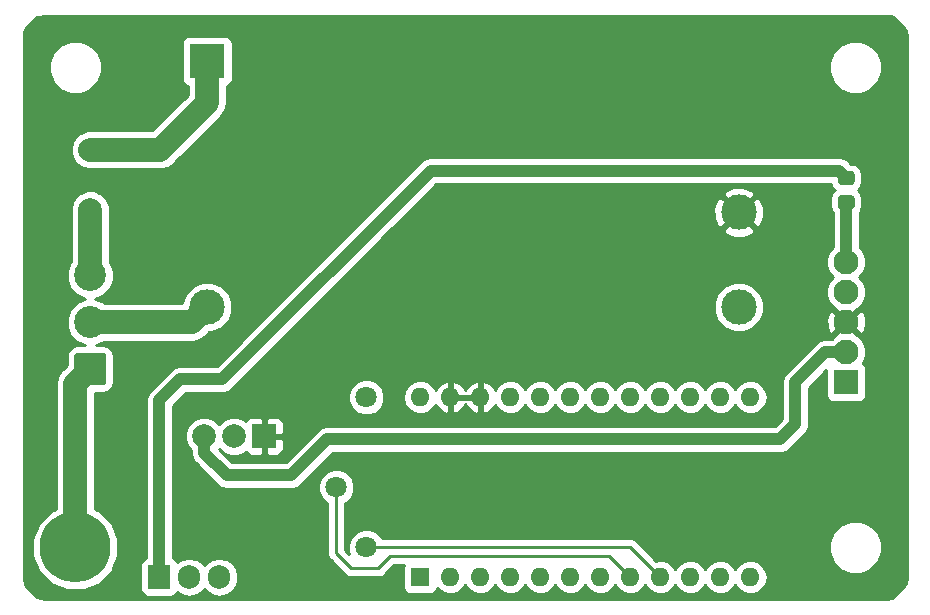
<source format=gbr>
G04 #@! TF.GenerationSoftware,KiCad,Pcbnew,(5.0.2)-1*
G04 #@! TF.CreationDate,2019-02-12T20:31:54-06:00*
G04 #@! TF.ProjectId,Nixie-PSU,4e697869-652d-4505-9355-2e6b69636164,rev?*
G04 #@! TF.SameCoordinates,Original*
G04 #@! TF.FileFunction,Copper,L1,Top*
G04 #@! TF.FilePolarity,Positive*
%FSLAX46Y46*%
G04 Gerber Fmt 4.6, Leading zero omitted, Abs format (unit mm)*
G04 Created by KiCad (PCBNEW (5.0.2)-1) date 2/12/2019 8:31:54 PM*
%MOMM*%
%LPD*%
G01*
G04 APERTURE LIST*
G04 #@! TA.AperFunction,Conductor*
%ADD10C,0.100000*%
G04 #@! TD*
G04 #@! TA.AperFunction,SMDPad,CuDef*
%ADD11C,1.150000*%
G04 #@! TD*
G04 #@! TA.AperFunction,ComponentPad*
%ADD12C,3.000000*%
G04 #@! TD*
G04 #@! TA.AperFunction,ComponentPad*
%ADD13R,3.000000X3.000000*%
G04 #@! TD*
G04 #@! TA.AperFunction,ComponentPad*
%ADD14C,1.800000*%
G04 #@! TD*
G04 #@! TA.AperFunction,ComponentPad*
%ADD15R,1.600000X1.600000*%
G04 #@! TD*
G04 #@! TA.AperFunction,ComponentPad*
%ADD16O,1.600000X1.600000*%
G04 #@! TD*
G04 #@! TA.AperFunction,ComponentPad*
%ADD17R,2.000000X2.000000*%
G04 #@! TD*
G04 #@! TA.AperFunction,ComponentPad*
%ADD18C,2.000000*%
G04 #@! TD*
G04 #@! TA.AperFunction,ComponentPad*
%ADD19C,6.000000*%
G04 #@! TD*
G04 #@! TA.AperFunction,ComponentPad*
%ADD20C,2.700000*%
G04 #@! TD*
G04 #@! TA.AperFunction,ComponentPad*
%ADD21R,1.905000X2.000000*%
G04 #@! TD*
G04 #@! TA.AperFunction,ComponentPad*
%ADD22O,1.905000X2.000000*%
G04 #@! TD*
G04 #@! TA.AperFunction,ComponentPad*
%ADD23R,2.100000X2.100000*%
G04 #@! TD*
G04 #@! TA.AperFunction,ComponentPad*
%ADD24C,2.100000*%
G04 #@! TD*
G04 #@! TA.AperFunction,Conductor*
%ADD25C,1.000000*%
G04 #@! TD*
G04 #@! TA.AperFunction,Conductor*
%ADD26C,0.250000*%
G04 #@! TD*
G04 #@! TA.AperFunction,Conductor*
%ADD27C,2.000000*%
G04 #@! TD*
G04 #@! TA.AperFunction,Conductor*
%ADD28C,0.254000*%
G04 #@! TD*
G04 APERTURE END LIST*
D10*
G04 #@! TO.N,Net-(Q1-Pad1)*
G04 #@! TO.C,R1*
G36*
X159732505Y-64686204D02*
X159756773Y-64689804D01*
X159780572Y-64695765D01*
X159803671Y-64704030D01*
X159825850Y-64714520D01*
X159846893Y-64727132D01*
X159866599Y-64741747D01*
X159884777Y-64758223D01*
X159901253Y-64776401D01*
X159915868Y-64796107D01*
X159928480Y-64817150D01*
X159938970Y-64839329D01*
X159947235Y-64862428D01*
X159953196Y-64886227D01*
X159956796Y-64910495D01*
X159958000Y-64934999D01*
X159958000Y-65585001D01*
X159956796Y-65609505D01*
X159953196Y-65633773D01*
X159947235Y-65657572D01*
X159938970Y-65680671D01*
X159928480Y-65702850D01*
X159915868Y-65723893D01*
X159901253Y-65743599D01*
X159884777Y-65761777D01*
X159866599Y-65778253D01*
X159846893Y-65792868D01*
X159825850Y-65805480D01*
X159803671Y-65815970D01*
X159780572Y-65824235D01*
X159756773Y-65830196D01*
X159732505Y-65833796D01*
X159708001Y-65835000D01*
X158807999Y-65835000D01*
X158783495Y-65833796D01*
X158759227Y-65830196D01*
X158735428Y-65824235D01*
X158712329Y-65815970D01*
X158690150Y-65805480D01*
X158669107Y-65792868D01*
X158649401Y-65778253D01*
X158631223Y-65761777D01*
X158614747Y-65743599D01*
X158600132Y-65723893D01*
X158587520Y-65702850D01*
X158577030Y-65680671D01*
X158568765Y-65657572D01*
X158562804Y-65633773D01*
X158559204Y-65609505D01*
X158558000Y-65585001D01*
X158558000Y-64934999D01*
X158559204Y-64910495D01*
X158562804Y-64886227D01*
X158568765Y-64862428D01*
X158577030Y-64839329D01*
X158587520Y-64817150D01*
X158600132Y-64796107D01*
X158614747Y-64776401D01*
X158631223Y-64758223D01*
X158649401Y-64741747D01*
X158669107Y-64727132D01*
X158690150Y-64714520D01*
X158712329Y-64704030D01*
X158735428Y-64695765D01*
X158759227Y-64689804D01*
X158783495Y-64686204D01*
X158807999Y-64685000D01*
X159708001Y-64685000D01*
X159732505Y-64686204D01*
X159732505Y-64686204D01*
G37*
D11*
G04 #@! TD*
G04 #@! TO.P,R1,1*
G04 #@! TO.N,Net-(Q1-Pad1)*
X159258000Y-65260000D03*
D10*
G04 #@! TO.N,/HVDC_Ctrl*
G04 #@! TO.C,R1*
G36*
X159732505Y-66736204D02*
X159756773Y-66739804D01*
X159780572Y-66745765D01*
X159803671Y-66754030D01*
X159825850Y-66764520D01*
X159846893Y-66777132D01*
X159866599Y-66791747D01*
X159884777Y-66808223D01*
X159901253Y-66826401D01*
X159915868Y-66846107D01*
X159928480Y-66867150D01*
X159938970Y-66889329D01*
X159947235Y-66912428D01*
X159953196Y-66936227D01*
X159956796Y-66960495D01*
X159958000Y-66984999D01*
X159958000Y-67635001D01*
X159956796Y-67659505D01*
X159953196Y-67683773D01*
X159947235Y-67707572D01*
X159938970Y-67730671D01*
X159928480Y-67752850D01*
X159915868Y-67773893D01*
X159901253Y-67793599D01*
X159884777Y-67811777D01*
X159866599Y-67828253D01*
X159846893Y-67842868D01*
X159825850Y-67855480D01*
X159803671Y-67865970D01*
X159780572Y-67874235D01*
X159756773Y-67880196D01*
X159732505Y-67883796D01*
X159708001Y-67885000D01*
X158807999Y-67885000D01*
X158783495Y-67883796D01*
X158759227Y-67880196D01*
X158735428Y-67874235D01*
X158712329Y-67865970D01*
X158690150Y-67855480D01*
X158669107Y-67842868D01*
X158649401Y-67828253D01*
X158631223Y-67811777D01*
X158614747Y-67793599D01*
X158600132Y-67773893D01*
X158587520Y-67752850D01*
X158577030Y-67730671D01*
X158568765Y-67707572D01*
X158562804Y-67683773D01*
X158559204Y-67659505D01*
X158558000Y-67635001D01*
X158558000Y-66984999D01*
X158559204Y-66960495D01*
X158562804Y-66936227D01*
X158568765Y-66912428D01*
X158577030Y-66889329D01*
X158587520Y-66867150D01*
X158600132Y-66846107D01*
X158614747Y-66826401D01*
X158631223Y-66808223D01*
X158649401Y-66791747D01*
X158669107Y-66777132D01*
X158690150Y-66764520D01*
X158712329Y-66754030D01*
X158735428Y-66745765D01*
X158759227Y-66739804D01*
X158783495Y-66736204D01*
X158807999Y-66735000D01*
X159708001Y-66735000D01*
X159732505Y-66736204D01*
X159732505Y-66736204D01*
G37*
D11*
G04 #@! TD*
G04 #@! TO.P,R1,2*
G04 #@! TO.N,/HVDC_Ctrl*
X159258000Y-67310000D03*
D12*
G04 #@! TO.P,PS1,3*
G04 #@! TO.N,GND*
X150156000Y-76172000D03*
G04 #@! TO.P,PS1,2*
G04 #@! TO.N,Net-(J1-Pad2)*
X105156000Y-76172000D03*
G04 #@! TO.P,PS1,4*
G04 #@! TO.N,+12V*
X150156000Y-68172000D03*
D13*
G04 #@! TO.P,PS1,1*
G04 #@! TO.N,Net-(F1-Pad1)*
X105156000Y-55372000D03*
G04 #@! TD*
D14*
G04 #@! TO.P,RV1,1*
G04 #@! TO.N,GND*
X118618000Y-83820000D03*
G04 #@! TO.P,RV1,2*
G04 #@! TO.N,Net-(RV1-Pad2)*
X116078000Y-91440000D03*
G04 #@! TO.P,RV1,3*
G04 #@! TO.N,Net-(RV1-Pad3)*
X118618000Y-96520000D03*
G04 #@! TD*
D15*
G04 #@! TO.P,VTR1,1*
G04 #@! TO.N,N/C*
X123190000Y-99060000D03*
D16*
G04 #@! TO.P,VTR1,13*
G04 #@! TO.N,+VDC*
X151130000Y-83820000D03*
G04 #@! TO.P,VTR1,2*
G04 #@! TO.N,Net-(C1-Pad1)*
X125730000Y-99060000D03*
G04 #@! TO.P,VTR1,14*
G04 #@! TO.N,N/C*
X148590000Y-83820000D03*
G04 #@! TO.P,VTR1,3*
G04 #@! TO.N,Net-(C1-Pad1)*
X128270000Y-99060000D03*
G04 #@! TO.P,VTR1,15*
G04 #@! TO.N,GND*
X146050000Y-83820000D03*
G04 #@! TO.P,VTR1,4*
G04 #@! TO.N,N/C*
X130810000Y-99060000D03*
G04 #@! TO.P,VTR1,16*
X143510000Y-83820000D03*
G04 #@! TO.P,VTR1,5*
X133350000Y-99060000D03*
G04 #@! TO.P,VTR1,17*
X140970000Y-83820000D03*
G04 #@! TO.P,VTR1,6*
X135890000Y-99060000D03*
G04 #@! TO.P,VTR1,18*
X138430000Y-83820000D03*
G04 #@! TO.P,VTR1,7*
X138430000Y-99060000D03*
G04 #@! TO.P,VTR1,19*
X135890000Y-83820000D03*
G04 #@! TO.P,VTR1,8*
G04 #@! TO.N,Net-(RV1-Pad2)*
X140970000Y-99060000D03*
G04 #@! TO.P,VTR1,20*
G04 #@! TO.N,N/C*
X133350000Y-83820000D03*
G04 #@! TO.P,VTR1,9*
G04 #@! TO.N,Net-(RV1-Pad3)*
X143510000Y-99060000D03*
G04 #@! TO.P,VTR1,21*
G04 #@! TO.N,N/C*
X130810000Y-83820000D03*
G04 #@! TO.P,VTR1,10*
G04 #@! TO.N,GND*
X146050000Y-99060000D03*
G04 #@! TO.P,VTR1,22*
G04 #@! TO.N,+12V*
X128270000Y-83820000D03*
G04 #@! TO.P,VTR1,11*
G04 #@! TO.N,N/C*
X148590000Y-99060000D03*
G04 #@! TO.P,VTR1,23*
G04 #@! TO.N,+12V*
X125730000Y-83820000D03*
G04 #@! TO.P,VTR1,12*
G04 #@! TO.N,+VDC*
X151130000Y-99060000D03*
G04 #@! TO.P,VTR1,24*
G04 #@! TO.N,N/C*
X123190000Y-83820000D03*
G04 #@! TD*
D17*
G04 #@! TO.P,VTR2,1*
G04 #@! TO.N,+12V*
X109982000Y-87122000D03*
D18*
G04 #@! TO.P,VTR2,2*
G04 #@! TO.N,GND*
X107442000Y-87122000D03*
G04 #@! TO.P,VTR2,3*
G04 #@! TO.N,+5V*
X104902000Y-87122000D03*
G04 #@! TD*
D19*
G04 #@! TO.P,H1,1*
G04 #@! TO.N,Earth*
X93980000Y-96520000D03*
G04 #@! TD*
D18*
G04 #@! TO.P,F1,1*
G04 #@! TO.N,Net-(F1-Pad1)*
X95260000Y-62865000D03*
G04 #@! TO.P,F1,2*
G04 #@! TO.N,Net-(F1-Pad2)*
X95250000Y-67945000D03*
G04 #@! TD*
D10*
G04 #@! TO.N,Earth*
G04 #@! TO.C,J1*
G36*
X96374503Y-80081204D02*
X96398772Y-80084804D01*
X96422570Y-80090765D01*
X96445670Y-80099030D01*
X96467849Y-80109520D01*
X96488892Y-80122133D01*
X96508598Y-80136748D01*
X96526776Y-80153224D01*
X96543252Y-80171402D01*
X96557867Y-80191108D01*
X96570480Y-80212151D01*
X96580970Y-80234330D01*
X96589235Y-80257430D01*
X96595196Y-80281228D01*
X96598796Y-80305497D01*
X96600000Y-80330001D01*
X96600000Y-82529999D01*
X96598796Y-82554503D01*
X96595196Y-82578772D01*
X96589235Y-82602570D01*
X96580970Y-82625670D01*
X96570480Y-82647849D01*
X96557867Y-82668892D01*
X96543252Y-82688598D01*
X96526776Y-82706776D01*
X96508598Y-82723252D01*
X96488892Y-82737867D01*
X96467849Y-82750480D01*
X96445670Y-82760970D01*
X96422570Y-82769235D01*
X96398772Y-82775196D01*
X96374503Y-82778796D01*
X96349999Y-82780000D01*
X94150001Y-82780000D01*
X94125497Y-82778796D01*
X94101228Y-82775196D01*
X94077430Y-82769235D01*
X94054330Y-82760970D01*
X94032151Y-82750480D01*
X94011108Y-82737867D01*
X93991402Y-82723252D01*
X93973224Y-82706776D01*
X93956748Y-82688598D01*
X93942133Y-82668892D01*
X93929520Y-82647849D01*
X93919030Y-82625670D01*
X93910765Y-82602570D01*
X93904804Y-82578772D01*
X93901204Y-82554503D01*
X93900000Y-82529999D01*
X93900000Y-80330001D01*
X93901204Y-80305497D01*
X93904804Y-80281228D01*
X93910765Y-80257430D01*
X93919030Y-80234330D01*
X93929520Y-80212151D01*
X93942133Y-80191108D01*
X93956748Y-80171402D01*
X93973224Y-80153224D01*
X93991402Y-80136748D01*
X94011108Y-80122133D01*
X94032151Y-80109520D01*
X94054330Y-80099030D01*
X94077430Y-80090765D01*
X94101228Y-80084804D01*
X94125497Y-80081204D01*
X94150001Y-80080000D01*
X96349999Y-80080000D01*
X96374503Y-80081204D01*
X96374503Y-80081204D01*
G37*
D20*
G04 #@! TD*
G04 #@! TO.P,J1,1*
G04 #@! TO.N,Earth*
X95250000Y-81430000D03*
G04 #@! TO.P,J1,2*
G04 #@! TO.N,Net-(J1-Pad2)*
X95250000Y-77470000D03*
G04 #@! TO.P,J1,3*
G04 #@! TO.N,Net-(F1-Pad2)*
X95250000Y-73510000D03*
G04 #@! TD*
D21*
G04 #@! TO.P,Q1,1*
G04 #@! TO.N,Net-(Q1-Pad1)*
X101092000Y-99060000D03*
D22*
G04 #@! TO.P,Q1,2*
G04 #@! TO.N,Net-(C1-Pad1)*
X103632000Y-99060000D03*
G04 #@! TO.P,Q1,3*
G04 #@! TO.N,GND*
X106172000Y-99060000D03*
G04 #@! TD*
D23*
G04 #@! TO.P,J2,1*
G04 #@! TO.N,GND*
X159258000Y-82550000D03*
D24*
G04 #@! TO.P,J2,2*
G04 #@! TO.N,+5V*
X159258000Y-80010000D03*
G04 #@! TO.P,J2,3*
G04 #@! TO.N,+12V*
X159258000Y-77470000D03*
G04 #@! TO.P,J2,4*
G04 #@! TO.N,+VDC*
X159258000Y-74930000D03*
G04 #@! TO.P,J2,5*
G04 #@! TO.N,/HVDC_Ctrl*
X159258000Y-72390000D03*
G04 #@! TD*
D25*
G04 #@! TO.N,+5V*
X104902000Y-88536213D02*
X104902000Y-87122000D01*
X106789787Y-90424000D02*
X104902000Y-88536213D01*
X112268000Y-90424000D02*
X106789787Y-90424000D01*
X157480000Y-80010000D02*
X154940000Y-82550000D01*
X159258000Y-80010000D02*
X157480000Y-80010000D01*
X154940000Y-82550000D02*
X154940000Y-86106000D01*
X154940000Y-86106000D02*
X153670000Y-87376000D01*
X153670000Y-87376000D02*
X115316000Y-87376000D01*
X115316000Y-87376000D02*
X112268000Y-90424000D01*
D26*
G04 #@! TO.N,Net-(RV1-Pad2)*
X139192000Y-97282000D02*
X140970000Y-99060000D01*
X139192000Y-97282000D02*
X120650000Y-97282000D01*
X120650000Y-97282000D02*
X119634000Y-98298000D01*
X116078000Y-97028000D02*
X117348000Y-98298000D01*
X116078000Y-91440000D02*
X116078000Y-97028000D01*
X119634000Y-98298000D02*
X117348000Y-98298000D01*
G04 #@! TO.N,Net-(RV1-Pad3)*
X140970000Y-96520000D02*
X139446000Y-96520000D01*
X143510000Y-99060000D02*
X140970000Y-96520000D01*
X139446000Y-96520000D02*
X139700000Y-96520000D01*
X139446000Y-96520000D02*
X118618000Y-96520000D01*
D27*
G04 #@! TO.N,Net-(F1-Pad1)*
X105156000Y-58872000D02*
X101163000Y-62865000D01*
X105156000Y-55372000D02*
X105156000Y-58872000D01*
X101163000Y-62865000D02*
X95260000Y-62865000D01*
G04 #@! TO.N,Net-(F1-Pad2)*
X95250000Y-67945000D02*
X95250000Y-73510000D01*
G04 #@! TO.N,Earth*
X93980000Y-82700000D02*
X95250000Y-81430000D01*
X93980000Y-96520000D02*
X93980000Y-82700000D01*
G04 #@! TO.N,Net-(J1-Pad2)*
X103858000Y-77470000D02*
X105156000Y-76172000D01*
X95250000Y-77470000D02*
X103858000Y-77470000D01*
D25*
G04 #@! TO.N,Net-(Q1-Pad1)*
X158634628Y-64636628D02*
X124085372Y-64636628D01*
X159258000Y-65260000D02*
X158634628Y-64636628D01*
X124085372Y-64636628D02*
X106426000Y-82296000D01*
X106426000Y-82296000D02*
X102870000Y-82296000D01*
X101092000Y-84074000D02*
X101092000Y-99060000D01*
X102870000Y-82296000D02*
X101092000Y-84074000D01*
G04 #@! TO.N,/HVDC_Ctrl*
X159258000Y-67310000D02*
X159258000Y-72390000D01*
G04 #@! TD*
D28*
G04 #@! TO.N,+12V*
G36*
X163013698Y-51572958D02*
X163244886Y-51664492D01*
X164240342Y-52659948D01*
X164295067Y-52776244D01*
X164387093Y-53258662D01*
X164390001Y-53351195D01*
X164390000Y-99015333D01*
X164327042Y-99513699D01*
X164235509Y-99744885D01*
X163240051Y-100740343D01*
X163123756Y-100795067D01*
X162641339Y-100887093D01*
X162548836Y-100890000D01*
X91484667Y-100890000D01*
X90986301Y-100827042D01*
X90755115Y-100735509D01*
X89759657Y-99740051D01*
X89704933Y-99623756D01*
X89612907Y-99141339D01*
X89610000Y-99048836D01*
X89610000Y-95796954D01*
X90345000Y-95796954D01*
X90345000Y-97243046D01*
X90898396Y-98579062D01*
X91920938Y-99601604D01*
X93256954Y-100155000D01*
X94703046Y-100155000D01*
X96039062Y-99601604D01*
X97061604Y-98579062D01*
X97276606Y-98060000D01*
X99492060Y-98060000D01*
X99492060Y-100060000D01*
X99541343Y-100307765D01*
X99681691Y-100517809D01*
X99891735Y-100658157D01*
X100139500Y-100707440D01*
X102044500Y-100707440D01*
X102292265Y-100658157D01*
X102502309Y-100517809D01*
X102620509Y-100340912D01*
X103012590Y-100602891D01*
X103632000Y-100726100D01*
X104251411Y-100602891D01*
X104776523Y-100252023D01*
X104902000Y-100064233D01*
X105027477Y-100252023D01*
X105552590Y-100602891D01*
X106172000Y-100726100D01*
X106791411Y-100602891D01*
X107316523Y-100252023D01*
X107667391Y-99726910D01*
X107759500Y-99263849D01*
X107759500Y-98856150D01*
X107667391Y-98393089D01*
X107316523Y-97867977D01*
X106791410Y-97517109D01*
X106172000Y-97393900D01*
X105552589Y-97517109D01*
X105027477Y-97867977D01*
X104902000Y-98055767D01*
X104776523Y-97867977D01*
X104251410Y-97517109D01*
X103632000Y-97393900D01*
X103012589Y-97517109D01*
X102620509Y-97779088D01*
X102502309Y-97602191D01*
X102292265Y-97461843D01*
X102227000Y-97448861D01*
X102227000Y-86796778D01*
X103267000Y-86796778D01*
X103267000Y-87447222D01*
X103515914Y-88048153D01*
X103767000Y-88299239D01*
X103767000Y-88424430D01*
X103744765Y-88536213D01*
X103767000Y-88647995D01*
X103832854Y-88979067D01*
X104083711Y-89354502D01*
X104178482Y-89417826D01*
X105908176Y-91147521D01*
X105971498Y-91242289D01*
X106346932Y-91493146D01*
X106789787Y-91581235D01*
X106901570Y-91559000D01*
X112156217Y-91559000D01*
X112268000Y-91581235D01*
X112379783Y-91559000D01*
X112710855Y-91493146D01*
X113086289Y-91242289D01*
X113149613Y-91147518D01*
X113162461Y-91134670D01*
X114543000Y-91134670D01*
X114543000Y-91745330D01*
X114776690Y-92309507D01*
X115208493Y-92741310D01*
X115318000Y-92786669D01*
X115318001Y-96953148D01*
X115303112Y-97028000D01*
X115318001Y-97102852D01*
X115362097Y-97324537D01*
X115530072Y-97575929D01*
X115593528Y-97618329D01*
X116757671Y-98782473D01*
X116800071Y-98845929D01*
X117051463Y-99013904D01*
X117273148Y-99058000D01*
X117273152Y-99058000D01*
X117347999Y-99072888D01*
X117422846Y-99058000D01*
X119559153Y-99058000D01*
X119634000Y-99072888D01*
X119708847Y-99058000D01*
X119708852Y-99058000D01*
X119930537Y-99013904D01*
X120181929Y-98845929D01*
X120224331Y-98782470D01*
X120964802Y-98042000D01*
X121785922Y-98042000D01*
X121742560Y-98260000D01*
X121742560Y-99860000D01*
X121791843Y-100107765D01*
X121932191Y-100317809D01*
X122142235Y-100458157D01*
X122390000Y-100507440D01*
X123990000Y-100507440D01*
X124237765Y-100458157D01*
X124447809Y-100317809D01*
X124588157Y-100107765D01*
X124614785Y-99973894D01*
X124695423Y-100094577D01*
X125170091Y-100411740D01*
X125588667Y-100495000D01*
X125871333Y-100495000D01*
X126289909Y-100411740D01*
X126764577Y-100094577D01*
X127000000Y-99742242D01*
X127235423Y-100094577D01*
X127710091Y-100411740D01*
X128128667Y-100495000D01*
X128411333Y-100495000D01*
X128829909Y-100411740D01*
X129304577Y-100094577D01*
X129540000Y-99742242D01*
X129775423Y-100094577D01*
X130250091Y-100411740D01*
X130668667Y-100495000D01*
X130951333Y-100495000D01*
X131369909Y-100411740D01*
X131844577Y-100094577D01*
X132080000Y-99742242D01*
X132315423Y-100094577D01*
X132790091Y-100411740D01*
X133208667Y-100495000D01*
X133491333Y-100495000D01*
X133909909Y-100411740D01*
X134384577Y-100094577D01*
X134620000Y-99742242D01*
X134855423Y-100094577D01*
X135330091Y-100411740D01*
X135748667Y-100495000D01*
X136031333Y-100495000D01*
X136449909Y-100411740D01*
X136924577Y-100094577D01*
X137160000Y-99742242D01*
X137395423Y-100094577D01*
X137870091Y-100411740D01*
X138288667Y-100495000D01*
X138571333Y-100495000D01*
X138989909Y-100411740D01*
X139464577Y-100094577D01*
X139700000Y-99742242D01*
X139935423Y-100094577D01*
X140410091Y-100411740D01*
X140828667Y-100495000D01*
X141111333Y-100495000D01*
X141529909Y-100411740D01*
X142004577Y-100094577D01*
X142240000Y-99742242D01*
X142475423Y-100094577D01*
X142950091Y-100411740D01*
X143368667Y-100495000D01*
X143651333Y-100495000D01*
X144069909Y-100411740D01*
X144544577Y-100094577D01*
X144780000Y-99742242D01*
X145015423Y-100094577D01*
X145490091Y-100411740D01*
X145908667Y-100495000D01*
X146191333Y-100495000D01*
X146609909Y-100411740D01*
X147084577Y-100094577D01*
X147320000Y-99742242D01*
X147555423Y-100094577D01*
X148030091Y-100411740D01*
X148448667Y-100495000D01*
X148731333Y-100495000D01*
X149149909Y-100411740D01*
X149624577Y-100094577D01*
X149860000Y-99742242D01*
X150095423Y-100094577D01*
X150570091Y-100411740D01*
X150988667Y-100495000D01*
X151271333Y-100495000D01*
X151689909Y-100411740D01*
X152164577Y-100094577D01*
X152481740Y-99619909D01*
X152593113Y-99060000D01*
X152481740Y-98500091D01*
X152164577Y-98025423D01*
X151689909Y-97708260D01*
X151271333Y-97625000D01*
X150988667Y-97625000D01*
X150570091Y-97708260D01*
X150095423Y-98025423D01*
X149860000Y-98377758D01*
X149624577Y-98025423D01*
X149149909Y-97708260D01*
X148731333Y-97625000D01*
X148448667Y-97625000D01*
X148030091Y-97708260D01*
X147555423Y-98025423D01*
X147320000Y-98377758D01*
X147084577Y-98025423D01*
X146609909Y-97708260D01*
X146191333Y-97625000D01*
X145908667Y-97625000D01*
X145490091Y-97708260D01*
X145015423Y-98025423D01*
X144780000Y-98377758D01*
X144544577Y-98025423D01*
X144069909Y-97708260D01*
X143651333Y-97625000D01*
X143368667Y-97625000D01*
X143186114Y-97661312D01*
X141600233Y-96075431D01*
X157785000Y-96075431D01*
X157785000Y-96964569D01*
X158125259Y-97786026D01*
X158753974Y-98414741D01*
X159575431Y-98755000D01*
X160464569Y-98755000D01*
X161286026Y-98414741D01*
X161914741Y-97786026D01*
X162255000Y-96964569D01*
X162255000Y-96075431D01*
X161914741Y-95253974D01*
X161286026Y-94625259D01*
X160464569Y-94285000D01*
X159575431Y-94285000D01*
X158753974Y-94625259D01*
X158125259Y-95253974D01*
X157785000Y-96075431D01*
X141600233Y-96075431D01*
X141560331Y-96035530D01*
X141517929Y-95972071D01*
X141266537Y-95804096D01*
X141044852Y-95760000D01*
X141044847Y-95760000D01*
X140970000Y-95745112D01*
X140895153Y-95760000D01*
X119964669Y-95760000D01*
X119919310Y-95650493D01*
X119487507Y-95218690D01*
X118923330Y-94985000D01*
X118312670Y-94985000D01*
X117748493Y-95218690D01*
X117316690Y-95650493D01*
X117083000Y-96214670D01*
X117083000Y-96825330D01*
X117176952Y-97052151D01*
X116838000Y-96713199D01*
X116838000Y-92786669D01*
X116947507Y-92741310D01*
X117379310Y-92309507D01*
X117613000Y-91745330D01*
X117613000Y-91134670D01*
X117379310Y-90570493D01*
X116947507Y-90138690D01*
X116383330Y-89905000D01*
X115772670Y-89905000D01*
X115208493Y-90138690D01*
X114776690Y-90570493D01*
X114543000Y-91134670D01*
X113162461Y-91134670D01*
X115786132Y-88511000D01*
X153558217Y-88511000D01*
X153670000Y-88533235D01*
X153781783Y-88511000D01*
X154112855Y-88445146D01*
X154488289Y-88194289D01*
X154551613Y-88099518D01*
X155663521Y-86987611D01*
X155758289Y-86924289D01*
X156009146Y-86548855D01*
X156075000Y-86217783D01*
X156097235Y-86106001D01*
X156075000Y-85994218D01*
X156075000Y-83020131D01*
X157560560Y-81534572D01*
X157560560Y-83600000D01*
X157609843Y-83847765D01*
X157750191Y-84057809D01*
X157960235Y-84198157D01*
X158208000Y-84247440D01*
X160308000Y-84247440D01*
X160555765Y-84198157D01*
X160765809Y-84057809D01*
X160906157Y-83847765D01*
X160955440Y-83600000D01*
X160955440Y-81500000D01*
X160906157Y-81252235D01*
X160765809Y-81042191D01*
X160671665Y-80979285D01*
X160686474Y-80964476D01*
X160943000Y-80345167D01*
X160943000Y-79674833D01*
X160686474Y-79055524D01*
X160212476Y-78581526D01*
X160173972Y-78565577D01*
X159258000Y-77649605D01*
X158342028Y-78565577D01*
X158303524Y-78581526D01*
X158010050Y-78875000D01*
X157591781Y-78875000D01*
X157479999Y-78852765D01*
X157368217Y-78875000D01*
X157037145Y-78940854D01*
X156661711Y-79191711D01*
X156598389Y-79286479D01*
X154216482Y-81668387D01*
X154121711Y-81731711D01*
X153939835Y-82003909D01*
X153870854Y-82107146D01*
X153782765Y-82550000D01*
X153805000Y-82661783D01*
X153805001Y-85635867D01*
X153199869Y-86241000D01*
X115427783Y-86241000D01*
X115316000Y-86218765D01*
X115204217Y-86241000D01*
X114873145Y-86306854D01*
X114497711Y-86557711D01*
X114434389Y-86652479D01*
X111797869Y-89289000D01*
X107259919Y-89289000D01*
X106153579Y-88182660D01*
X106172000Y-88164239D01*
X106515847Y-88508086D01*
X107116778Y-88757000D01*
X107767222Y-88757000D01*
X108368153Y-88508086D01*
X108429282Y-88446957D01*
X108443673Y-88481699D01*
X108622302Y-88660327D01*
X108855691Y-88757000D01*
X109696250Y-88757000D01*
X109855000Y-88598250D01*
X109855000Y-87249000D01*
X110109000Y-87249000D01*
X110109000Y-88598250D01*
X110267750Y-88757000D01*
X111108309Y-88757000D01*
X111341698Y-88660327D01*
X111520327Y-88481699D01*
X111617000Y-88248310D01*
X111617000Y-87407750D01*
X111458250Y-87249000D01*
X110109000Y-87249000D01*
X109855000Y-87249000D01*
X109835000Y-87249000D01*
X109835000Y-86995000D01*
X109855000Y-86995000D01*
X109855000Y-85645750D01*
X110109000Y-85645750D01*
X110109000Y-86995000D01*
X111458250Y-86995000D01*
X111617000Y-86836250D01*
X111617000Y-85995690D01*
X111520327Y-85762301D01*
X111341698Y-85583673D01*
X111108309Y-85487000D01*
X110267750Y-85487000D01*
X110109000Y-85645750D01*
X109855000Y-85645750D01*
X109696250Y-85487000D01*
X108855691Y-85487000D01*
X108622302Y-85583673D01*
X108443673Y-85762301D01*
X108429282Y-85797043D01*
X108368153Y-85735914D01*
X107767222Y-85487000D01*
X107116778Y-85487000D01*
X106515847Y-85735914D01*
X106172000Y-86079761D01*
X105828153Y-85735914D01*
X105227222Y-85487000D01*
X104576778Y-85487000D01*
X103975847Y-85735914D01*
X103515914Y-86195847D01*
X103267000Y-86796778D01*
X102227000Y-86796778D01*
X102227000Y-84544131D01*
X103256461Y-83514670D01*
X117083000Y-83514670D01*
X117083000Y-84125330D01*
X117316690Y-84689507D01*
X117748493Y-85121310D01*
X118312670Y-85355000D01*
X118923330Y-85355000D01*
X119487507Y-85121310D01*
X119919310Y-84689507D01*
X120153000Y-84125330D01*
X120153000Y-83820000D01*
X121726887Y-83820000D01*
X121838260Y-84379909D01*
X122155423Y-84854577D01*
X122630091Y-85171740D01*
X123048667Y-85255000D01*
X123331333Y-85255000D01*
X123749909Y-85171740D01*
X124224577Y-84854577D01*
X124480947Y-84470892D01*
X124577611Y-84675134D01*
X124992577Y-85051041D01*
X125380961Y-85211904D01*
X125603000Y-85089915D01*
X125603000Y-83947000D01*
X125857000Y-83947000D01*
X125857000Y-85089915D01*
X126079039Y-85211904D01*
X126467423Y-85051041D01*
X126882389Y-84675134D01*
X127000000Y-84426633D01*
X127117611Y-84675134D01*
X127532577Y-85051041D01*
X127920961Y-85211904D01*
X128143000Y-85089915D01*
X128143000Y-83947000D01*
X125857000Y-83947000D01*
X125603000Y-83947000D01*
X125583000Y-83947000D01*
X125583000Y-83693000D01*
X125603000Y-83693000D01*
X125603000Y-82550085D01*
X125857000Y-82550085D01*
X125857000Y-83693000D01*
X128143000Y-83693000D01*
X128143000Y-82550085D01*
X128397000Y-82550085D01*
X128397000Y-83693000D01*
X128417000Y-83693000D01*
X128417000Y-83947000D01*
X128397000Y-83947000D01*
X128397000Y-85089915D01*
X128619039Y-85211904D01*
X129007423Y-85051041D01*
X129422389Y-84675134D01*
X129519053Y-84470892D01*
X129775423Y-84854577D01*
X130250091Y-85171740D01*
X130668667Y-85255000D01*
X130951333Y-85255000D01*
X131369909Y-85171740D01*
X131844577Y-84854577D01*
X132080000Y-84502242D01*
X132315423Y-84854577D01*
X132790091Y-85171740D01*
X133208667Y-85255000D01*
X133491333Y-85255000D01*
X133909909Y-85171740D01*
X134384577Y-84854577D01*
X134620000Y-84502242D01*
X134855423Y-84854577D01*
X135330091Y-85171740D01*
X135748667Y-85255000D01*
X136031333Y-85255000D01*
X136449909Y-85171740D01*
X136924577Y-84854577D01*
X137160000Y-84502242D01*
X137395423Y-84854577D01*
X137870091Y-85171740D01*
X138288667Y-85255000D01*
X138571333Y-85255000D01*
X138989909Y-85171740D01*
X139464577Y-84854577D01*
X139700000Y-84502242D01*
X139935423Y-84854577D01*
X140410091Y-85171740D01*
X140828667Y-85255000D01*
X141111333Y-85255000D01*
X141529909Y-85171740D01*
X142004577Y-84854577D01*
X142240000Y-84502242D01*
X142475423Y-84854577D01*
X142950091Y-85171740D01*
X143368667Y-85255000D01*
X143651333Y-85255000D01*
X144069909Y-85171740D01*
X144544577Y-84854577D01*
X144780000Y-84502242D01*
X145015423Y-84854577D01*
X145490091Y-85171740D01*
X145908667Y-85255000D01*
X146191333Y-85255000D01*
X146609909Y-85171740D01*
X147084577Y-84854577D01*
X147320000Y-84502242D01*
X147555423Y-84854577D01*
X148030091Y-85171740D01*
X148448667Y-85255000D01*
X148731333Y-85255000D01*
X149149909Y-85171740D01*
X149624577Y-84854577D01*
X149860000Y-84502242D01*
X150095423Y-84854577D01*
X150570091Y-85171740D01*
X150988667Y-85255000D01*
X151271333Y-85255000D01*
X151689909Y-85171740D01*
X152164577Y-84854577D01*
X152481740Y-84379909D01*
X152593113Y-83820000D01*
X152481740Y-83260091D01*
X152164577Y-82785423D01*
X151689909Y-82468260D01*
X151271333Y-82385000D01*
X150988667Y-82385000D01*
X150570091Y-82468260D01*
X150095423Y-82785423D01*
X149860000Y-83137758D01*
X149624577Y-82785423D01*
X149149909Y-82468260D01*
X148731333Y-82385000D01*
X148448667Y-82385000D01*
X148030091Y-82468260D01*
X147555423Y-82785423D01*
X147320000Y-83137758D01*
X147084577Y-82785423D01*
X146609909Y-82468260D01*
X146191333Y-82385000D01*
X145908667Y-82385000D01*
X145490091Y-82468260D01*
X145015423Y-82785423D01*
X144780000Y-83137758D01*
X144544577Y-82785423D01*
X144069909Y-82468260D01*
X143651333Y-82385000D01*
X143368667Y-82385000D01*
X142950091Y-82468260D01*
X142475423Y-82785423D01*
X142240000Y-83137758D01*
X142004577Y-82785423D01*
X141529909Y-82468260D01*
X141111333Y-82385000D01*
X140828667Y-82385000D01*
X140410091Y-82468260D01*
X139935423Y-82785423D01*
X139700000Y-83137758D01*
X139464577Y-82785423D01*
X138989909Y-82468260D01*
X138571333Y-82385000D01*
X138288667Y-82385000D01*
X137870091Y-82468260D01*
X137395423Y-82785423D01*
X137160000Y-83137758D01*
X136924577Y-82785423D01*
X136449909Y-82468260D01*
X136031333Y-82385000D01*
X135748667Y-82385000D01*
X135330091Y-82468260D01*
X134855423Y-82785423D01*
X134620000Y-83137758D01*
X134384577Y-82785423D01*
X133909909Y-82468260D01*
X133491333Y-82385000D01*
X133208667Y-82385000D01*
X132790091Y-82468260D01*
X132315423Y-82785423D01*
X132080000Y-83137758D01*
X131844577Y-82785423D01*
X131369909Y-82468260D01*
X130951333Y-82385000D01*
X130668667Y-82385000D01*
X130250091Y-82468260D01*
X129775423Y-82785423D01*
X129519053Y-83169108D01*
X129422389Y-82964866D01*
X129007423Y-82588959D01*
X128619039Y-82428096D01*
X128397000Y-82550085D01*
X128143000Y-82550085D01*
X127920961Y-82428096D01*
X127532577Y-82588959D01*
X127117611Y-82964866D01*
X127000000Y-83213367D01*
X126882389Y-82964866D01*
X126467423Y-82588959D01*
X126079039Y-82428096D01*
X125857000Y-82550085D01*
X125603000Y-82550085D01*
X125380961Y-82428096D01*
X124992577Y-82588959D01*
X124577611Y-82964866D01*
X124480947Y-83169108D01*
X124224577Y-82785423D01*
X123749909Y-82468260D01*
X123331333Y-82385000D01*
X123048667Y-82385000D01*
X122630091Y-82468260D01*
X122155423Y-82785423D01*
X121838260Y-83260091D01*
X121726887Y-83820000D01*
X120153000Y-83820000D01*
X120153000Y-83514670D01*
X119919310Y-82950493D01*
X119487507Y-82518690D01*
X118923330Y-82285000D01*
X118312670Y-82285000D01*
X117748493Y-82518690D01*
X117316690Y-82950493D01*
X117083000Y-83514670D01*
X103256461Y-83514670D01*
X103340132Y-83431000D01*
X106314217Y-83431000D01*
X106426000Y-83453235D01*
X106537783Y-83431000D01*
X106868855Y-83365146D01*
X107244289Y-83114289D01*
X107307613Y-83019518D01*
X114579809Y-75747322D01*
X148021000Y-75747322D01*
X148021000Y-76596678D01*
X148346034Y-77381380D01*
X148946620Y-77981966D01*
X149731322Y-78307000D01*
X150580678Y-78307000D01*
X151365380Y-77981966D01*
X151965966Y-77381380D01*
X152043777Y-77193526D01*
X157562381Y-77193526D01*
X157585651Y-77863456D01*
X157797255Y-78374313D01*
X158069297Y-78479098D01*
X159078395Y-77470000D01*
X159437605Y-77470000D01*
X160446703Y-78479098D01*
X160718745Y-78374313D01*
X160953619Y-77746474D01*
X160930349Y-77076544D01*
X160718745Y-76565687D01*
X160446703Y-76460902D01*
X159437605Y-77470000D01*
X159078395Y-77470000D01*
X158069297Y-76460902D01*
X157797255Y-76565687D01*
X157562381Y-77193526D01*
X152043777Y-77193526D01*
X152291000Y-76596678D01*
X152291000Y-75747322D01*
X151965966Y-74962620D01*
X151365380Y-74362034D01*
X150580678Y-74037000D01*
X149731322Y-74037000D01*
X148946620Y-74362034D01*
X148346034Y-74962620D01*
X148021000Y-75747322D01*
X114579809Y-75747322D01*
X120641161Y-69685970D01*
X148821635Y-69685970D01*
X148981418Y-70004739D01*
X149772187Y-70314723D01*
X150621387Y-70298497D01*
X151330582Y-70004739D01*
X151490365Y-69685970D01*
X150156000Y-68351605D01*
X148821635Y-69685970D01*
X120641161Y-69685970D01*
X122538944Y-67788187D01*
X148013277Y-67788187D01*
X148029503Y-68637387D01*
X148323261Y-69346582D01*
X148642030Y-69506365D01*
X149976395Y-68172000D01*
X150335605Y-68172000D01*
X151669970Y-69506365D01*
X151988739Y-69346582D01*
X152298723Y-68555813D01*
X152282497Y-67706613D01*
X151988739Y-66997418D01*
X151669970Y-66837635D01*
X150335605Y-68172000D01*
X149976395Y-68172000D01*
X148642030Y-66837635D01*
X148323261Y-66997418D01*
X148013277Y-67788187D01*
X122538944Y-67788187D01*
X123669101Y-66658030D01*
X148821635Y-66658030D01*
X150156000Y-67992395D01*
X151490365Y-66658030D01*
X151330582Y-66339261D01*
X150539813Y-66029277D01*
X149690613Y-66045503D01*
X148981418Y-66339261D01*
X148821635Y-66658030D01*
X123669101Y-66658030D01*
X124555504Y-65771628D01*
X157947682Y-65771628D01*
X157978873Y-65928436D01*
X158173414Y-66219586D01*
X158271313Y-66285000D01*
X158173414Y-66350414D01*
X157978873Y-66641564D01*
X157910560Y-66984999D01*
X157910560Y-67635001D01*
X157978873Y-67978436D01*
X158123000Y-68194137D01*
X158123001Y-71142049D01*
X157829526Y-71435524D01*
X157573000Y-72054833D01*
X157573000Y-72725167D01*
X157829526Y-73344476D01*
X158145050Y-73660000D01*
X157829526Y-73975524D01*
X157573000Y-74594833D01*
X157573000Y-75265167D01*
X157829526Y-75884476D01*
X158303524Y-76358474D01*
X158342028Y-76374423D01*
X159258000Y-77290395D01*
X160173972Y-76374423D01*
X160212476Y-76358474D01*
X160686474Y-75884476D01*
X160943000Y-75265167D01*
X160943000Y-74594833D01*
X160686474Y-73975524D01*
X160370950Y-73660000D01*
X160686474Y-73344476D01*
X160943000Y-72725167D01*
X160943000Y-72054833D01*
X160686474Y-71435524D01*
X160393000Y-71142050D01*
X160393000Y-68194136D01*
X160537127Y-67978436D01*
X160605440Y-67635001D01*
X160605440Y-66984999D01*
X160537127Y-66641564D01*
X160342586Y-66350414D01*
X160244687Y-66285000D01*
X160342586Y-66219586D01*
X160537127Y-65928436D01*
X160605440Y-65585001D01*
X160605440Y-64934999D01*
X160537127Y-64591564D01*
X160342586Y-64300414D01*
X160051436Y-64105873D01*
X159708001Y-64037560D01*
X159640691Y-64037560D01*
X159516241Y-63913110D01*
X159452917Y-63818339D01*
X159077483Y-63567482D01*
X158746411Y-63501628D01*
X158634628Y-63479393D01*
X158522845Y-63501628D01*
X124197153Y-63501628D01*
X124085371Y-63479393D01*
X123973589Y-63501628D01*
X123642517Y-63567482D01*
X123267083Y-63818339D01*
X123203761Y-63913107D01*
X105955869Y-81161000D01*
X102981783Y-81161000D01*
X102870000Y-81138765D01*
X102758217Y-81161000D01*
X102427145Y-81226854D01*
X102051711Y-81477711D01*
X101988389Y-81572479D01*
X100368482Y-83192387D01*
X100273711Y-83255711D01*
X100100681Y-83514670D01*
X100022854Y-83631146D01*
X99934765Y-84074000D01*
X99957000Y-84185783D01*
X99957001Y-97448861D01*
X99891735Y-97461843D01*
X99681691Y-97602191D01*
X99541343Y-97812235D01*
X99492060Y-98060000D01*
X97276606Y-98060000D01*
X97615000Y-97243046D01*
X97615000Y-95796954D01*
X97061604Y-94460938D01*
X96039062Y-93438396D01*
X95615000Y-93262744D01*
X95615000Y-83427440D01*
X96349999Y-83427440D01*
X96693435Y-83359126D01*
X96984586Y-83164586D01*
X97179126Y-82873435D01*
X97247440Y-82529999D01*
X97247440Y-80330001D01*
X97179126Y-79986565D01*
X96984586Y-79695414D01*
X96693435Y-79500874D01*
X96349999Y-79432560D01*
X95699016Y-79432560D01*
X96374412Y-79152801D01*
X96422213Y-79105000D01*
X103696970Y-79105000D01*
X103858000Y-79137031D01*
X104019030Y-79105000D01*
X104019031Y-79105000D01*
X104495945Y-79010136D01*
X105036769Y-78648769D01*
X105127988Y-78512250D01*
X105333238Y-78307000D01*
X105580678Y-78307000D01*
X106365380Y-77981966D01*
X106965966Y-77381380D01*
X107291000Y-76596678D01*
X107291000Y-75747322D01*
X106965966Y-74962620D01*
X106365380Y-74362034D01*
X105580678Y-74037000D01*
X104731322Y-74037000D01*
X103946620Y-74362034D01*
X103346034Y-74962620D01*
X103021000Y-75747322D01*
X103021000Y-75835000D01*
X96422213Y-75835000D01*
X96374412Y-75787199D01*
X95656912Y-75490000D01*
X96374412Y-75192801D01*
X96932801Y-74634412D01*
X97235000Y-73904841D01*
X97235000Y-73115159D01*
X96932801Y-72385588D01*
X96885000Y-72337787D01*
X96885000Y-67619778D01*
X96822167Y-67468086D01*
X96790136Y-67307055D01*
X96698919Y-67170539D01*
X96636086Y-67018847D01*
X96519986Y-66902747D01*
X96428769Y-66766231D01*
X96292253Y-66675014D01*
X96176153Y-66558914D01*
X96024459Y-66496080D01*
X95887944Y-66404864D01*
X95726915Y-66372833D01*
X95575222Y-66310000D01*
X95411031Y-66310000D01*
X95250000Y-66277969D01*
X95088969Y-66310000D01*
X94924778Y-66310000D01*
X94773086Y-66372833D01*
X94612055Y-66404864D01*
X94475539Y-66496081D01*
X94323847Y-66558914D01*
X94207747Y-66675014D01*
X94071231Y-66766231D01*
X93980014Y-66902747D01*
X93863914Y-67018847D01*
X93801080Y-67170541D01*
X93709864Y-67307056D01*
X93677833Y-67468085D01*
X93615000Y-67619778D01*
X93615000Y-67783970D01*
X93615001Y-72337786D01*
X93567199Y-72385588D01*
X93265000Y-73115159D01*
X93265000Y-73904841D01*
X93567199Y-74634412D01*
X94125588Y-75192801D01*
X94843088Y-75490000D01*
X94125588Y-75787199D01*
X93567199Y-76345588D01*
X93265000Y-77075159D01*
X93265000Y-77864841D01*
X93567199Y-78594412D01*
X94125588Y-79152801D01*
X94800984Y-79432560D01*
X94150001Y-79432560D01*
X93806565Y-79500874D01*
X93515414Y-79695414D01*
X93320874Y-79986565D01*
X93252560Y-80330001D01*
X93252560Y-81115202D01*
X92937748Y-81430014D01*
X92801232Y-81521231D01*
X92597273Y-81826477D01*
X92439865Y-82062055D01*
X92312969Y-82700000D01*
X92345001Y-82861035D01*
X92345000Y-93262744D01*
X91920938Y-93438396D01*
X90898396Y-94460938D01*
X90345000Y-95796954D01*
X89610000Y-95796954D01*
X89610000Y-62865000D01*
X93592969Y-62865000D01*
X93625000Y-63026031D01*
X93625000Y-63190222D01*
X93687833Y-63341914D01*
X93719864Y-63502945D01*
X93811081Y-63639461D01*
X93873914Y-63791153D01*
X93990014Y-63907253D01*
X94081231Y-64043769D01*
X94217747Y-64134986D01*
X94333847Y-64251086D01*
X94485539Y-64313919D01*
X94622055Y-64405136D01*
X94783086Y-64437167D01*
X94934778Y-64500000D01*
X101001970Y-64500000D01*
X101163000Y-64532031D01*
X101324030Y-64500000D01*
X101324031Y-64500000D01*
X101800945Y-64405136D01*
X102341769Y-64043769D01*
X102432988Y-63907250D01*
X106198253Y-60141986D01*
X106334769Y-60050769D01*
X106526470Y-59763868D01*
X106696136Y-59509946D01*
X106823031Y-58872000D01*
X106791000Y-58710969D01*
X106791000Y-57492587D01*
X106903765Y-57470157D01*
X107113809Y-57329809D01*
X107254157Y-57119765D01*
X107303440Y-56872000D01*
X107303440Y-55435431D01*
X157785000Y-55435431D01*
X157785000Y-56324569D01*
X158125259Y-57146026D01*
X158753974Y-57774741D01*
X159575431Y-58115000D01*
X160464569Y-58115000D01*
X161286026Y-57774741D01*
X161914741Y-57146026D01*
X162255000Y-56324569D01*
X162255000Y-55435431D01*
X161914741Y-54613974D01*
X161286026Y-53985259D01*
X160464569Y-53645000D01*
X159575431Y-53645000D01*
X158753974Y-53985259D01*
X158125259Y-54613974D01*
X157785000Y-55435431D01*
X107303440Y-55435431D01*
X107303440Y-53872000D01*
X107254157Y-53624235D01*
X107113809Y-53414191D01*
X106903765Y-53273843D01*
X106656000Y-53224560D01*
X103656000Y-53224560D01*
X103408235Y-53273843D01*
X103198191Y-53414191D01*
X103057843Y-53624235D01*
X103008560Y-53872000D01*
X103008560Y-56872000D01*
X103057843Y-57119765D01*
X103198191Y-57329809D01*
X103408235Y-57470157D01*
X103521001Y-57492587D01*
X103521001Y-58194760D01*
X100485762Y-61230000D01*
X94934778Y-61230000D01*
X94783086Y-61292833D01*
X94622055Y-61324864D01*
X94485539Y-61416081D01*
X94333847Y-61478914D01*
X94217747Y-61595014D01*
X94081231Y-61686231D01*
X93990014Y-61822747D01*
X93873914Y-61938847D01*
X93811081Y-62090539D01*
X93719864Y-62227055D01*
X93687833Y-62388086D01*
X93625000Y-62539778D01*
X93625000Y-62703969D01*
X93592969Y-62865000D01*
X89610000Y-62865000D01*
X89610000Y-55435431D01*
X91745000Y-55435431D01*
X91745000Y-56324569D01*
X92085259Y-57146026D01*
X92713974Y-57774741D01*
X93535431Y-58115000D01*
X94424569Y-58115000D01*
X95246026Y-57774741D01*
X95874741Y-57146026D01*
X96215000Y-56324569D01*
X96215000Y-55435431D01*
X95874741Y-54613974D01*
X95246026Y-53985259D01*
X94424569Y-53645000D01*
X93535431Y-53645000D01*
X92713974Y-53985259D01*
X92085259Y-54613974D01*
X91745000Y-55435431D01*
X89610000Y-55435431D01*
X89610000Y-53384666D01*
X89672958Y-52886302D01*
X89764492Y-52655114D01*
X90759948Y-51659658D01*
X90876244Y-51604933D01*
X91358662Y-51512907D01*
X91451164Y-51510000D01*
X162515334Y-51510000D01*
X163013698Y-51572958D01*
X163013698Y-51572958D01*
G37*
X163013698Y-51572958D02*
X163244886Y-51664492D01*
X164240342Y-52659948D01*
X164295067Y-52776244D01*
X164387093Y-53258662D01*
X164390001Y-53351195D01*
X164390000Y-99015333D01*
X164327042Y-99513699D01*
X164235509Y-99744885D01*
X163240051Y-100740343D01*
X163123756Y-100795067D01*
X162641339Y-100887093D01*
X162548836Y-100890000D01*
X91484667Y-100890000D01*
X90986301Y-100827042D01*
X90755115Y-100735509D01*
X89759657Y-99740051D01*
X89704933Y-99623756D01*
X89612907Y-99141339D01*
X89610000Y-99048836D01*
X89610000Y-95796954D01*
X90345000Y-95796954D01*
X90345000Y-97243046D01*
X90898396Y-98579062D01*
X91920938Y-99601604D01*
X93256954Y-100155000D01*
X94703046Y-100155000D01*
X96039062Y-99601604D01*
X97061604Y-98579062D01*
X97276606Y-98060000D01*
X99492060Y-98060000D01*
X99492060Y-100060000D01*
X99541343Y-100307765D01*
X99681691Y-100517809D01*
X99891735Y-100658157D01*
X100139500Y-100707440D01*
X102044500Y-100707440D01*
X102292265Y-100658157D01*
X102502309Y-100517809D01*
X102620509Y-100340912D01*
X103012590Y-100602891D01*
X103632000Y-100726100D01*
X104251411Y-100602891D01*
X104776523Y-100252023D01*
X104902000Y-100064233D01*
X105027477Y-100252023D01*
X105552590Y-100602891D01*
X106172000Y-100726100D01*
X106791411Y-100602891D01*
X107316523Y-100252023D01*
X107667391Y-99726910D01*
X107759500Y-99263849D01*
X107759500Y-98856150D01*
X107667391Y-98393089D01*
X107316523Y-97867977D01*
X106791410Y-97517109D01*
X106172000Y-97393900D01*
X105552589Y-97517109D01*
X105027477Y-97867977D01*
X104902000Y-98055767D01*
X104776523Y-97867977D01*
X104251410Y-97517109D01*
X103632000Y-97393900D01*
X103012589Y-97517109D01*
X102620509Y-97779088D01*
X102502309Y-97602191D01*
X102292265Y-97461843D01*
X102227000Y-97448861D01*
X102227000Y-86796778D01*
X103267000Y-86796778D01*
X103267000Y-87447222D01*
X103515914Y-88048153D01*
X103767000Y-88299239D01*
X103767000Y-88424430D01*
X103744765Y-88536213D01*
X103767000Y-88647995D01*
X103832854Y-88979067D01*
X104083711Y-89354502D01*
X104178482Y-89417826D01*
X105908176Y-91147521D01*
X105971498Y-91242289D01*
X106346932Y-91493146D01*
X106789787Y-91581235D01*
X106901570Y-91559000D01*
X112156217Y-91559000D01*
X112268000Y-91581235D01*
X112379783Y-91559000D01*
X112710855Y-91493146D01*
X113086289Y-91242289D01*
X113149613Y-91147518D01*
X113162461Y-91134670D01*
X114543000Y-91134670D01*
X114543000Y-91745330D01*
X114776690Y-92309507D01*
X115208493Y-92741310D01*
X115318000Y-92786669D01*
X115318001Y-96953148D01*
X115303112Y-97028000D01*
X115318001Y-97102852D01*
X115362097Y-97324537D01*
X115530072Y-97575929D01*
X115593528Y-97618329D01*
X116757671Y-98782473D01*
X116800071Y-98845929D01*
X117051463Y-99013904D01*
X117273148Y-99058000D01*
X117273152Y-99058000D01*
X117347999Y-99072888D01*
X117422846Y-99058000D01*
X119559153Y-99058000D01*
X119634000Y-99072888D01*
X119708847Y-99058000D01*
X119708852Y-99058000D01*
X119930537Y-99013904D01*
X120181929Y-98845929D01*
X120224331Y-98782470D01*
X120964802Y-98042000D01*
X121785922Y-98042000D01*
X121742560Y-98260000D01*
X121742560Y-99860000D01*
X121791843Y-100107765D01*
X121932191Y-100317809D01*
X122142235Y-100458157D01*
X122390000Y-100507440D01*
X123990000Y-100507440D01*
X124237765Y-100458157D01*
X124447809Y-100317809D01*
X124588157Y-100107765D01*
X124614785Y-99973894D01*
X124695423Y-100094577D01*
X125170091Y-100411740D01*
X125588667Y-100495000D01*
X125871333Y-100495000D01*
X126289909Y-100411740D01*
X126764577Y-100094577D01*
X127000000Y-99742242D01*
X127235423Y-100094577D01*
X127710091Y-100411740D01*
X128128667Y-100495000D01*
X128411333Y-100495000D01*
X128829909Y-100411740D01*
X129304577Y-100094577D01*
X129540000Y-99742242D01*
X129775423Y-100094577D01*
X130250091Y-100411740D01*
X130668667Y-100495000D01*
X130951333Y-100495000D01*
X131369909Y-100411740D01*
X131844577Y-100094577D01*
X132080000Y-99742242D01*
X132315423Y-100094577D01*
X132790091Y-100411740D01*
X133208667Y-100495000D01*
X133491333Y-100495000D01*
X133909909Y-100411740D01*
X134384577Y-100094577D01*
X134620000Y-99742242D01*
X134855423Y-100094577D01*
X135330091Y-100411740D01*
X135748667Y-100495000D01*
X136031333Y-100495000D01*
X136449909Y-100411740D01*
X136924577Y-100094577D01*
X137160000Y-99742242D01*
X137395423Y-100094577D01*
X137870091Y-100411740D01*
X138288667Y-100495000D01*
X138571333Y-100495000D01*
X138989909Y-100411740D01*
X139464577Y-100094577D01*
X139700000Y-99742242D01*
X139935423Y-100094577D01*
X140410091Y-100411740D01*
X140828667Y-100495000D01*
X141111333Y-100495000D01*
X141529909Y-100411740D01*
X142004577Y-100094577D01*
X142240000Y-99742242D01*
X142475423Y-100094577D01*
X142950091Y-100411740D01*
X143368667Y-100495000D01*
X143651333Y-100495000D01*
X144069909Y-100411740D01*
X144544577Y-100094577D01*
X144780000Y-99742242D01*
X145015423Y-100094577D01*
X145490091Y-100411740D01*
X145908667Y-100495000D01*
X146191333Y-100495000D01*
X146609909Y-100411740D01*
X147084577Y-100094577D01*
X147320000Y-99742242D01*
X147555423Y-100094577D01*
X148030091Y-100411740D01*
X148448667Y-100495000D01*
X148731333Y-100495000D01*
X149149909Y-100411740D01*
X149624577Y-100094577D01*
X149860000Y-99742242D01*
X150095423Y-100094577D01*
X150570091Y-100411740D01*
X150988667Y-100495000D01*
X151271333Y-100495000D01*
X151689909Y-100411740D01*
X152164577Y-100094577D01*
X152481740Y-99619909D01*
X152593113Y-99060000D01*
X152481740Y-98500091D01*
X152164577Y-98025423D01*
X151689909Y-97708260D01*
X151271333Y-97625000D01*
X150988667Y-97625000D01*
X150570091Y-97708260D01*
X150095423Y-98025423D01*
X149860000Y-98377758D01*
X149624577Y-98025423D01*
X149149909Y-97708260D01*
X148731333Y-97625000D01*
X148448667Y-97625000D01*
X148030091Y-97708260D01*
X147555423Y-98025423D01*
X147320000Y-98377758D01*
X147084577Y-98025423D01*
X146609909Y-97708260D01*
X146191333Y-97625000D01*
X145908667Y-97625000D01*
X145490091Y-97708260D01*
X145015423Y-98025423D01*
X144780000Y-98377758D01*
X144544577Y-98025423D01*
X144069909Y-97708260D01*
X143651333Y-97625000D01*
X143368667Y-97625000D01*
X143186114Y-97661312D01*
X141600233Y-96075431D01*
X157785000Y-96075431D01*
X157785000Y-96964569D01*
X158125259Y-97786026D01*
X158753974Y-98414741D01*
X159575431Y-98755000D01*
X160464569Y-98755000D01*
X161286026Y-98414741D01*
X161914741Y-97786026D01*
X162255000Y-96964569D01*
X162255000Y-96075431D01*
X161914741Y-95253974D01*
X161286026Y-94625259D01*
X160464569Y-94285000D01*
X159575431Y-94285000D01*
X158753974Y-94625259D01*
X158125259Y-95253974D01*
X157785000Y-96075431D01*
X141600233Y-96075431D01*
X141560331Y-96035530D01*
X141517929Y-95972071D01*
X141266537Y-95804096D01*
X141044852Y-95760000D01*
X141044847Y-95760000D01*
X140970000Y-95745112D01*
X140895153Y-95760000D01*
X119964669Y-95760000D01*
X119919310Y-95650493D01*
X119487507Y-95218690D01*
X118923330Y-94985000D01*
X118312670Y-94985000D01*
X117748493Y-95218690D01*
X117316690Y-95650493D01*
X117083000Y-96214670D01*
X117083000Y-96825330D01*
X117176952Y-97052151D01*
X116838000Y-96713199D01*
X116838000Y-92786669D01*
X116947507Y-92741310D01*
X117379310Y-92309507D01*
X117613000Y-91745330D01*
X117613000Y-91134670D01*
X117379310Y-90570493D01*
X116947507Y-90138690D01*
X116383330Y-89905000D01*
X115772670Y-89905000D01*
X115208493Y-90138690D01*
X114776690Y-90570493D01*
X114543000Y-91134670D01*
X113162461Y-91134670D01*
X115786132Y-88511000D01*
X153558217Y-88511000D01*
X153670000Y-88533235D01*
X153781783Y-88511000D01*
X154112855Y-88445146D01*
X154488289Y-88194289D01*
X154551613Y-88099518D01*
X155663521Y-86987611D01*
X155758289Y-86924289D01*
X156009146Y-86548855D01*
X156075000Y-86217783D01*
X156097235Y-86106001D01*
X156075000Y-85994218D01*
X156075000Y-83020131D01*
X157560560Y-81534572D01*
X157560560Y-83600000D01*
X157609843Y-83847765D01*
X157750191Y-84057809D01*
X157960235Y-84198157D01*
X158208000Y-84247440D01*
X160308000Y-84247440D01*
X160555765Y-84198157D01*
X160765809Y-84057809D01*
X160906157Y-83847765D01*
X160955440Y-83600000D01*
X160955440Y-81500000D01*
X160906157Y-81252235D01*
X160765809Y-81042191D01*
X160671665Y-80979285D01*
X160686474Y-80964476D01*
X160943000Y-80345167D01*
X160943000Y-79674833D01*
X160686474Y-79055524D01*
X160212476Y-78581526D01*
X160173972Y-78565577D01*
X159258000Y-77649605D01*
X158342028Y-78565577D01*
X158303524Y-78581526D01*
X158010050Y-78875000D01*
X157591781Y-78875000D01*
X157479999Y-78852765D01*
X157368217Y-78875000D01*
X157037145Y-78940854D01*
X156661711Y-79191711D01*
X156598389Y-79286479D01*
X154216482Y-81668387D01*
X154121711Y-81731711D01*
X153939835Y-82003909D01*
X153870854Y-82107146D01*
X153782765Y-82550000D01*
X153805000Y-82661783D01*
X153805001Y-85635867D01*
X153199869Y-86241000D01*
X115427783Y-86241000D01*
X115316000Y-86218765D01*
X115204217Y-86241000D01*
X114873145Y-86306854D01*
X114497711Y-86557711D01*
X114434389Y-86652479D01*
X111797869Y-89289000D01*
X107259919Y-89289000D01*
X106153579Y-88182660D01*
X106172000Y-88164239D01*
X106515847Y-88508086D01*
X107116778Y-88757000D01*
X107767222Y-88757000D01*
X108368153Y-88508086D01*
X108429282Y-88446957D01*
X108443673Y-88481699D01*
X108622302Y-88660327D01*
X108855691Y-88757000D01*
X109696250Y-88757000D01*
X109855000Y-88598250D01*
X109855000Y-87249000D01*
X110109000Y-87249000D01*
X110109000Y-88598250D01*
X110267750Y-88757000D01*
X111108309Y-88757000D01*
X111341698Y-88660327D01*
X111520327Y-88481699D01*
X111617000Y-88248310D01*
X111617000Y-87407750D01*
X111458250Y-87249000D01*
X110109000Y-87249000D01*
X109855000Y-87249000D01*
X109835000Y-87249000D01*
X109835000Y-86995000D01*
X109855000Y-86995000D01*
X109855000Y-85645750D01*
X110109000Y-85645750D01*
X110109000Y-86995000D01*
X111458250Y-86995000D01*
X111617000Y-86836250D01*
X111617000Y-85995690D01*
X111520327Y-85762301D01*
X111341698Y-85583673D01*
X111108309Y-85487000D01*
X110267750Y-85487000D01*
X110109000Y-85645750D01*
X109855000Y-85645750D01*
X109696250Y-85487000D01*
X108855691Y-85487000D01*
X108622302Y-85583673D01*
X108443673Y-85762301D01*
X108429282Y-85797043D01*
X108368153Y-85735914D01*
X107767222Y-85487000D01*
X107116778Y-85487000D01*
X106515847Y-85735914D01*
X106172000Y-86079761D01*
X105828153Y-85735914D01*
X105227222Y-85487000D01*
X104576778Y-85487000D01*
X103975847Y-85735914D01*
X103515914Y-86195847D01*
X103267000Y-86796778D01*
X102227000Y-86796778D01*
X102227000Y-84544131D01*
X103256461Y-83514670D01*
X117083000Y-83514670D01*
X117083000Y-84125330D01*
X117316690Y-84689507D01*
X117748493Y-85121310D01*
X118312670Y-85355000D01*
X118923330Y-85355000D01*
X119487507Y-85121310D01*
X119919310Y-84689507D01*
X120153000Y-84125330D01*
X120153000Y-83820000D01*
X121726887Y-83820000D01*
X121838260Y-84379909D01*
X122155423Y-84854577D01*
X122630091Y-85171740D01*
X123048667Y-85255000D01*
X123331333Y-85255000D01*
X123749909Y-85171740D01*
X124224577Y-84854577D01*
X124480947Y-84470892D01*
X124577611Y-84675134D01*
X124992577Y-85051041D01*
X125380961Y-85211904D01*
X125603000Y-85089915D01*
X125603000Y-83947000D01*
X125857000Y-83947000D01*
X125857000Y-85089915D01*
X126079039Y-85211904D01*
X126467423Y-85051041D01*
X126882389Y-84675134D01*
X127000000Y-84426633D01*
X127117611Y-84675134D01*
X127532577Y-85051041D01*
X127920961Y-85211904D01*
X128143000Y-85089915D01*
X128143000Y-83947000D01*
X125857000Y-83947000D01*
X125603000Y-83947000D01*
X125583000Y-83947000D01*
X125583000Y-83693000D01*
X125603000Y-83693000D01*
X125603000Y-82550085D01*
X125857000Y-82550085D01*
X125857000Y-83693000D01*
X128143000Y-83693000D01*
X128143000Y-82550085D01*
X128397000Y-82550085D01*
X128397000Y-83693000D01*
X128417000Y-83693000D01*
X128417000Y-83947000D01*
X128397000Y-83947000D01*
X128397000Y-85089915D01*
X128619039Y-85211904D01*
X129007423Y-85051041D01*
X129422389Y-84675134D01*
X129519053Y-84470892D01*
X129775423Y-84854577D01*
X130250091Y-85171740D01*
X130668667Y-85255000D01*
X130951333Y-85255000D01*
X131369909Y-85171740D01*
X131844577Y-84854577D01*
X132080000Y-84502242D01*
X132315423Y-84854577D01*
X132790091Y-85171740D01*
X133208667Y-85255000D01*
X133491333Y-85255000D01*
X133909909Y-85171740D01*
X134384577Y-84854577D01*
X134620000Y-84502242D01*
X134855423Y-84854577D01*
X135330091Y-85171740D01*
X135748667Y-85255000D01*
X136031333Y-85255000D01*
X136449909Y-85171740D01*
X136924577Y-84854577D01*
X137160000Y-84502242D01*
X137395423Y-84854577D01*
X137870091Y-85171740D01*
X138288667Y-85255000D01*
X138571333Y-85255000D01*
X138989909Y-85171740D01*
X139464577Y-84854577D01*
X139700000Y-84502242D01*
X139935423Y-84854577D01*
X140410091Y-85171740D01*
X140828667Y-85255000D01*
X141111333Y-85255000D01*
X141529909Y-85171740D01*
X142004577Y-84854577D01*
X142240000Y-84502242D01*
X142475423Y-84854577D01*
X142950091Y-85171740D01*
X143368667Y-85255000D01*
X143651333Y-85255000D01*
X144069909Y-85171740D01*
X144544577Y-84854577D01*
X144780000Y-84502242D01*
X145015423Y-84854577D01*
X145490091Y-85171740D01*
X145908667Y-85255000D01*
X146191333Y-85255000D01*
X146609909Y-85171740D01*
X147084577Y-84854577D01*
X147320000Y-84502242D01*
X147555423Y-84854577D01*
X148030091Y-85171740D01*
X148448667Y-85255000D01*
X148731333Y-85255000D01*
X149149909Y-85171740D01*
X149624577Y-84854577D01*
X149860000Y-84502242D01*
X150095423Y-84854577D01*
X150570091Y-85171740D01*
X150988667Y-85255000D01*
X151271333Y-85255000D01*
X151689909Y-85171740D01*
X152164577Y-84854577D01*
X152481740Y-84379909D01*
X152593113Y-83820000D01*
X152481740Y-83260091D01*
X152164577Y-82785423D01*
X151689909Y-82468260D01*
X151271333Y-82385000D01*
X150988667Y-82385000D01*
X150570091Y-82468260D01*
X150095423Y-82785423D01*
X149860000Y-83137758D01*
X149624577Y-82785423D01*
X149149909Y-82468260D01*
X148731333Y-82385000D01*
X148448667Y-82385000D01*
X148030091Y-82468260D01*
X147555423Y-82785423D01*
X147320000Y-83137758D01*
X147084577Y-82785423D01*
X146609909Y-82468260D01*
X146191333Y-82385000D01*
X145908667Y-82385000D01*
X145490091Y-82468260D01*
X145015423Y-82785423D01*
X144780000Y-83137758D01*
X144544577Y-82785423D01*
X144069909Y-82468260D01*
X143651333Y-82385000D01*
X143368667Y-82385000D01*
X142950091Y-82468260D01*
X142475423Y-82785423D01*
X142240000Y-83137758D01*
X142004577Y-82785423D01*
X141529909Y-82468260D01*
X141111333Y-82385000D01*
X140828667Y-82385000D01*
X140410091Y-82468260D01*
X139935423Y-82785423D01*
X139700000Y-83137758D01*
X139464577Y-82785423D01*
X138989909Y-82468260D01*
X138571333Y-82385000D01*
X138288667Y-82385000D01*
X137870091Y-82468260D01*
X137395423Y-82785423D01*
X137160000Y-83137758D01*
X136924577Y-82785423D01*
X136449909Y-82468260D01*
X136031333Y-82385000D01*
X135748667Y-82385000D01*
X135330091Y-82468260D01*
X134855423Y-82785423D01*
X134620000Y-83137758D01*
X134384577Y-82785423D01*
X133909909Y-82468260D01*
X133491333Y-82385000D01*
X133208667Y-82385000D01*
X132790091Y-82468260D01*
X132315423Y-82785423D01*
X132080000Y-83137758D01*
X131844577Y-82785423D01*
X131369909Y-82468260D01*
X130951333Y-82385000D01*
X130668667Y-82385000D01*
X130250091Y-82468260D01*
X129775423Y-82785423D01*
X129519053Y-83169108D01*
X129422389Y-82964866D01*
X129007423Y-82588959D01*
X128619039Y-82428096D01*
X128397000Y-82550085D01*
X128143000Y-82550085D01*
X127920961Y-82428096D01*
X127532577Y-82588959D01*
X127117611Y-82964866D01*
X127000000Y-83213367D01*
X126882389Y-82964866D01*
X126467423Y-82588959D01*
X126079039Y-82428096D01*
X125857000Y-82550085D01*
X125603000Y-82550085D01*
X125380961Y-82428096D01*
X124992577Y-82588959D01*
X124577611Y-82964866D01*
X124480947Y-83169108D01*
X124224577Y-82785423D01*
X123749909Y-82468260D01*
X123331333Y-82385000D01*
X123048667Y-82385000D01*
X122630091Y-82468260D01*
X122155423Y-82785423D01*
X121838260Y-83260091D01*
X121726887Y-83820000D01*
X120153000Y-83820000D01*
X120153000Y-83514670D01*
X119919310Y-82950493D01*
X119487507Y-82518690D01*
X118923330Y-82285000D01*
X118312670Y-82285000D01*
X117748493Y-82518690D01*
X117316690Y-82950493D01*
X117083000Y-83514670D01*
X103256461Y-83514670D01*
X103340132Y-83431000D01*
X106314217Y-83431000D01*
X106426000Y-83453235D01*
X106537783Y-83431000D01*
X106868855Y-83365146D01*
X107244289Y-83114289D01*
X107307613Y-83019518D01*
X114579809Y-75747322D01*
X148021000Y-75747322D01*
X148021000Y-76596678D01*
X148346034Y-77381380D01*
X148946620Y-77981966D01*
X149731322Y-78307000D01*
X150580678Y-78307000D01*
X151365380Y-77981966D01*
X151965966Y-77381380D01*
X152043777Y-77193526D01*
X157562381Y-77193526D01*
X157585651Y-77863456D01*
X157797255Y-78374313D01*
X158069297Y-78479098D01*
X159078395Y-77470000D01*
X159437605Y-77470000D01*
X160446703Y-78479098D01*
X160718745Y-78374313D01*
X160953619Y-77746474D01*
X160930349Y-77076544D01*
X160718745Y-76565687D01*
X160446703Y-76460902D01*
X159437605Y-77470000D01*
X159078395Y-77470000D01*
X158069297Y-76460902D01*
X157797255Y-76565687D01*
X157562381Y-77193526D01*
X152043777Y-77193526D01*
X152291000Y-76596678D01*
X152291000Y-75747322D01*
X151965966Y-74962620D01*
X151365380Y-74362034D01*
X150580678Y-74037000D01*
X149731322Y-74037000D01*
X148946620Y-74362034D01*
X148346034Y-74962620D01*
X148021000Y-75747322D01*
X114579809Y-75747322D01*
X120641161Y-69685970D01*
X148821635Y-69685970D01*
X148981418Y-70004739D01*
X149772187Y-70314723D01*
X150621387Y-70298497D01*
X151330582Y-70004739D01*
X151490365Y-69685970D01*
X150156000Y-68351605D01*
X148821635Y-69685970D01*
X120641161Y-69685970D01*
X122538944Y-67788187D01*
X148013277Y-67788187D01*
X148029503Y-68637387D01*
X148323261Y-69346582D01*
X148642030Y-69506365D01*
X149976395Y-68172000D01*
X150335605Y-68172000D01*
X151669970Y-69506365D01*
X151988739Y-69346582D01*
X152298723Y-68555813D01*
X152282497Y-67706613D01*
X151988739Y-66997418D01*
X151669970Y-66837635D01*
X150335605Y-68172000D01*
X149976395Y-68172000D01*
X148642030Y-66837635D01*
X148323261Y-66997418D01*
X148013277Y-67788187D01*
X122538944Y-67788187D01*
X123669101Y-66658030D01*
X148821635Y-66658030D01*
X150156000Y-67992395D01*
X151490365Y-66658030D01*
X151330582Y-66339261D01*
X150539813Y-66029277D01*
X149690613Y-66045503D01*
X148981418Y-66339261D01*
X148821635Y-66658030D01*
X123669101Y-66658030D01*
X124555504Y-65771628D01*
X157947682Y-65771628D01*
X157978873Y-65928436D01*
X158173414Y-66219586D01*
X158271313Y-66285000D01*
X158173414Y-66350414D01*
X157978873Y-66641564D01*
X157910560Y-66984999D01*
X157910560Y-67635001D01*
X157978873Y-67978436D01*
X158123000Y-68194137D01*
X158123001Y-71142049D01*
X157829526Y-71435524D01*
X157573000Y-72054833D01*
X157573000Y-72725167D01*
X157829526Y-73344476D01*
X158145050Y-73660000D01*
X157829526Y-73975524D01*
X157573000Y-74594833D01*
X157573000Y-75265167D01*
X157829526Y-75884476D01*
X158303524Y-76358474D01*
X158342028Y-76374423D01*
X159258000Y-77290395D01*
X160173972Y-76374423D01*
X160212476Y-76358474D01*
X160686474Y-75884476D01*
X160943000Y-75265167D01*
X160943000Y-74594833D01*
X160686474Y-73975524D01*
X160370950Y-73660000D01*
X160686474Y-73344476D01*
X160943000Y-72725167D01*
X160943000Y-72054833D01*
X160686474Y-71435524D01*
X160393000Y-71142050D01*
X160393000Y-68194136D01*
X160537127Y-67978436D01*
X160605440Y-67635001D01*
X160605440Y-66984999D01*
X160537127Y-66641564D01*
X160342586Y-66350414D01*
X160244687Y-66285000D01*
X160342586Y-66219586D01*
X160537127Y-65928436D01*
X160605440Y-65585001D01*
X160605440Y-64934999D01*
X160537127Y-64591564D01*
X160342586Y-64300414D01*
X160051436Y-64105873D01*
X159708001Y-64037560D01*
X159640691Y-64037560D01*
X159516241Y-63913110D01*
X159452917Y-63818339D01*
X159077483Y-63567482D01*
X158746411Y-63501628D01*
X158634628Y-63479393D01*
X158522845Y-63501628D01*
X124197153Y-63501628D01*
X124085371Y-63479393D01*
X123973589Y-63501628D01*
X123642517Y-63567482D01*
X123267083Y-63818339D01*
X123203761Y-63913107D01*
X105955869Y-81161000D01*
X102981783Y-81161000D01*
X102870000Y-81138765D01*
X102758217Y-81161000D01*
X102427145Y-81226854D01*
X102051711Y-81477711D01*
X101988389Y-81572479D01*
X100368482Y-83192387D01*
X100273711Y-83255711D01*
X100100681Y-83514670D01*
X100022854Y-83631146D01*
X99934765Y-84074000D01*
X99957000Y-84185783D01*
X99957001Y-97448861D01*
X99891735Y-97461843D01*
X99681691Y-97602191D01*
X99541343Y-97812235D01*
X99492060Y-98060000D01*
X97276606Y-98060000D01*
X97615000Y-97243046D01*
X97615000Y-95796954D01*
X97061604Y-94460938D01*
X96039062Y-93438396D01*
X95615000Y-93262744D01*
X95615000Y-83427440D01*
X96349999Y-83427440D01*
X96693435Y-83359126D01*
X96984586Y-83164586D01*
X97179126Y-82873435D01*
X97247440Y-82529999D01*
X97247440Y-80330001D01*
X97179126Y-79986565D01*
X96984586Y-79695414D01*
X96693435Y-79500874D01*
X96349999Y-79432560D01*
X95699016Y-79432560D01*
X96374412Y-79152801D01*
X96422213Y-79105000D01*
X103696970Y-79105000D01*
X103858000Y-79137031D01*
X104019030Y-79105000D01*
X104019031Y-79105000D01*
X104495945Y-79010136D01*
X105036769Y-78648769D01*
X105127988Y-78512250D01*
X105333238Y-78307000D01*
X105580678Y-78307000D01*
X106365380Y-77981966D01*
X106965966Y-77381380D01*
X107291000Y-76596678D01*
X107291000Y-75747322D01*
X106965966Y-74962620D01*
X106365380Y-74362034D01*
X105580678Y-74037000D01*
X104731322Y-74037000D01*
X103946620Y-74362034D01*
X103346034Y-74962620D01*
X103021000Y-75747322D01*
X103021000Y-75835000D01*
X96422213Y-75835000D01*
X96374412Y-75787199D01*
X95656912Y-75490000D01*
X96374412Y-75192801D01*
X96932801Y-74634412D01*
X97235000Y-73904841D01*
X97235000Y-73115159D01*
X96932801Y-72385588D01*
X96885000Y-72337787D01*
X96885000Y-67619778D01*
X96822167Y-67468086D01*
X96790136Y-67307055D01*
X96698919Y-67170539D01*
X96636086Y-67018847D01*
X96519986Y-66902747D01*
X96428769Y-66766231D01*
X96292253Y-66675014D01*
X96176153Y-66558914D01*
X96024459Y-66496080D01*
X95887944Y-66404864D01*
X95726915Y-66372833D01*
X95575222Y-66310000D01*
X95411031Y-66310000D01*
X95250000Y-66277969D01*
X95088969Y-66310000D01*
X94924778Y-66310000D01*
X94773086Y-66372833D01*
X94612055Y-66404864D01*
X94475539Y-66496081D01*
X94323847Y-66558914D01*
X94207747Y-66675014D01*
X94071231Y-66766231D01*
X93980014Y-66902747D01*
X93863914Y-67018847D01*
X93801080Y-67170541D01*
X93709864Y-67307056D01*
X93677833Y-67468085D01*
X93615000Y-67619778D01*
X93615000Y-67783970D01*
X93615001Y-72337786D01*
X93567199Y-72385588D01*
X93265000Y-73115159D01*
X93265000Y-73904841D01*
X93567199Y-74634412D01*
X94125588Y-75192801D01*
X94843088Y-75490000D01*
X94125588Y-75787199D01*
X93567199Y-76345588D01*
X93265000Y-77075159D01*
X93265000Y-77864841D01*
X93567199Y-78594412D01*
X94125588Y-79152801D01*
X94800984Y-79432560D01*
X94150001Y-79432560D01*
X93806565Y-79500874D01*
X93515414Y-79695414D01*
X93320874Y-79986565D01*
X93252560Y-80330001D01*
X93252560Y-81115202D01*
X92937748Y-81430014D01*
X92801232Y-81521231D01*
X92597273Y-81826477D01*
X92439865Y-82062055D01*
X92312969Y-82700000D01*
X92345001Y-82861035D01*
X92345000Y-93262744D01*
X91920938Y-93438396D01*
X90898396Y-94460938D01*
X90345000Y-95796954D01*
X89610000Y-95796954D01*
X89610000Y-62865000D01*
X93592969Y-62865000D01*
X93625000Y-63026031D01*
X93625000Y-63190222D01*
X93687833Y-63341914D01*
X93719864Y-63502945D01*
X93811081Y-63639461D01*
X93873914Y-63791153D01*
X93990014Y-63907253D01*
X94081231Y-64043769D01*
X94217747Y-64134986D01*
X94333847Y-64251086D01*
X94485539Y-64313919D01*
X94622055Y-64405136D01*
X94783086Y-64437167D01*
X94934778Y-64500000D01*
X101001970Y-64500000D01*
X101163000Y-64532031D01*
X101324030Y-64500000D01*
X101324031Y-64500000D01*
X101800945Y-64405136D01*
X102341769Y-64043769D01*
X102432988Y-63907250D01*
X106198253Y-60141986D01*
X106334769Y-60050769D01*
X106526470Y-59763868D01*
X106696136Y-59509946D01*
X106823031Y-58872000D01*
X106791000Y-58710969D01*
X106791000Y-57492587D01*
X106903765Y-57470157D01*
X107113809Y-57329809D01*
X107254157Y-57119765D01*
X107303440Y-56872000D01*
X107303440Y-55435431D01*
X157785000Y-55435431D01*
X157785000Y-56324569D01*
X158125259Y-57146026D01*
X158753974Y-57774741D01*
X159575431Y-58115000D01*
X160464569Y-58115000D01*
X161286026Y-57774741D01*
X161914741Y-57146026D01*
X162255000Y-56324569D01*
X162255000Y-55435431D01*
X161914741Y-54613974D01*
X161286026Y-53985259D01*
X160464569Y-53645000D01*
X159575431Y-53645000D01*
X158753974Y-53985259D01*
X158125259Y-54613974D01*
X157785000Y-55435431D01*
X107303440Y-55435431D01*
X107303440Y-53872000D01*
X107254157Y-53624235D01*
X107113809Y-53414191D01*
X106903765Y-53273843D01*
X106656000Y-53224560D01*
X103656000Y-53224560D01*
X103408235Y-53273843D01*
X103198191Y-53414191D01*
X103057843Y-53624235D01*
X103008560Y-53872000D01*
X103008560Y-56872000D01*
X103057843Y-57119765D01*
X103198191Y-57329809D01*
X103408235Y-57470157D01*
X103521001Y-57492587D01*
X103521001Y-58194760D01*
X100485762Y-61230000D01*
X94934778Y-61230000D01*
X94783086Y-61292833D01*
X94622055Y-61324864D01*
X94485539Y-61416081D01*
X94333847Y-61478914D01*
X94217747Y-61595014D01*
X94081231Y-61686231D01*
X93990014Y-61822747D01*
X93873914Y-61938847D01*
X93811081Y-62090539D01*
X93719864Y-62227055D01*
X93687833Y-62388086D01*
X93625000Y-62539778D01*
X93625000Y-62703969D01*
X93592969Y-62865000D01*
X89610000Y-62865000D01*
X89610000Y-55435431D01*
X91745000Y-55435431D01*
X91745000Y-56324569D01*
X92085259Y-57146026D01*
X92713974Y-57774741D01*
X93535431Y-58115000D01*
X94424569Y-58115000D01*
X95246026Y-57774741D01*
X95874741Y-57146026D01*
X96215000Y-56324569D01*
X96215000Y-55435431D01*
X95874741Y-54613974D01*
X95246026Y-53985259D01*
X94424569Y-53645000D01*
X93535431Y-53645000D01*
X92713974Y-53985259D01*
X92085259Y-54613974D01*
X91745000Y-55435431D01*
X89610000Y-55435431D01*
X89610000Y-53384666D01*
X89672958Y-52886302D01*
X89764492Y-52655114D01*
X90759948Y-51659658D01*
X90876244Y-51604933D01*
X91358662Y-51512907D01*
X91451164Y-51510000D01*
X162515334Y-51510000D01*
X163013698Y-51572958D01*
G04 #@! TD*
M02*

</source>
